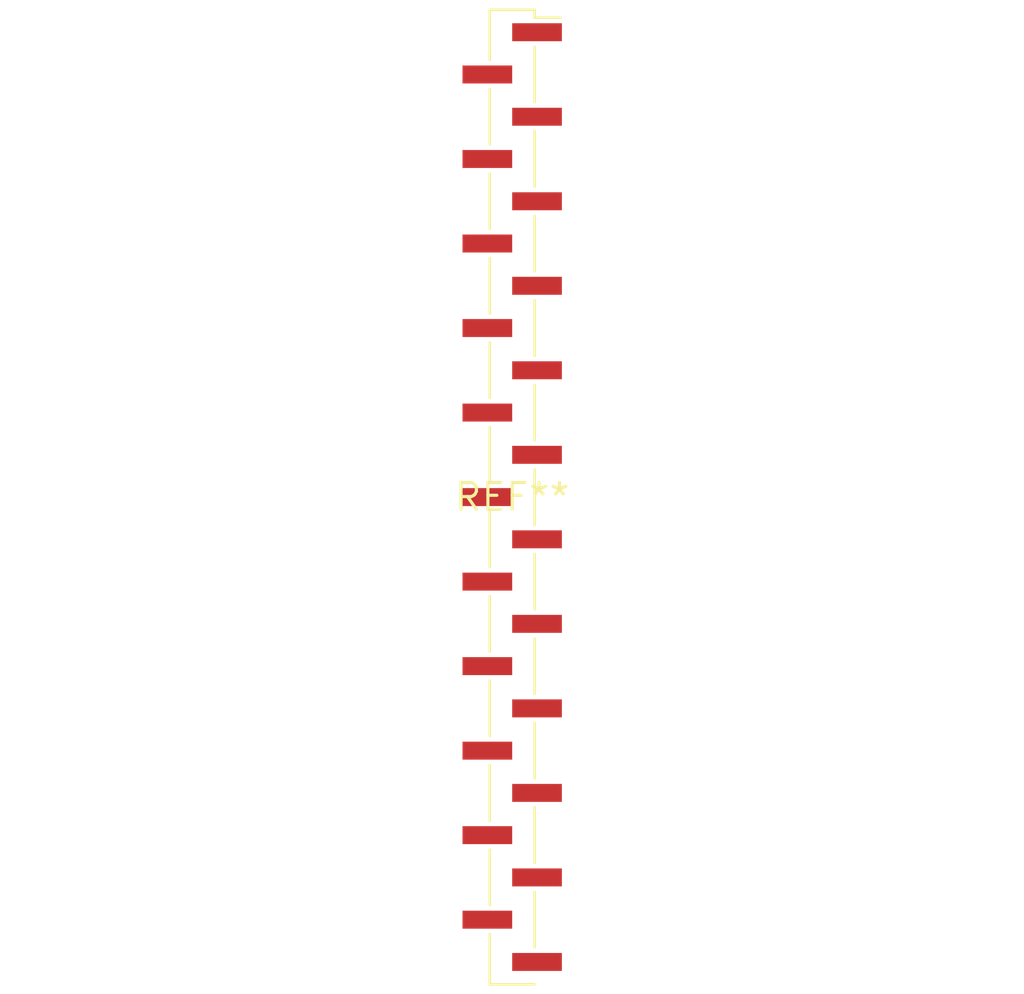
<source format=kicad_pcb>
(kicad_pcb (version 20240108) (generator pcbnew)
  (layers (0 "F.Cu" signal) (31 "B.Cu" signal) (34 "B.Paste" user) (35 "F.Paste" user) (36 "B.SilkS" user "B.Silkscreen") (37 "F.SilkS" user "F.Silkscreen") (38 "B.Mask" user) (39 "F.Mask" user) (44 "Edge.Cuts" user))
  (net 0 "")
  (footprint "PinHeader_1x23_P2.00mm_Vertical_SMD_Pin1Right" (layer "F.Cu") (at 0 0)
    (property "Reference" "REF**")
    (property "Value" "PinHeader_1x23_P2.00mm_Vertical_SMD_Pin1Right")
    (fp_line (start -1.06 -23.06) (end -1.06 -20.685) (layer "F.SilkS") (stroke (width 0.12)))
    (fp_line (start -1.06 -23.06) (end 1.06 -23.06) (layer "F.SilkS") (stroke (width 0.12)))
    (fp_line (start -1.06 -19.315) (end -1.06 -16.685) (layer "F.SilkS") (stroke (width 0.12)))
    (fp_line (start -1.06 -15.315) (end -1.06 -12.685) (layer "F.SilkS") (stroke (width 0.12)))
    (fp_line (start -1.06 -11.315) (end -1.06 -8.685) (layer "F.SilkS") (stroke (width 0.12)))
    (fp_line (start -1.06 -7.315) (end -1.06 -4.685) (layer "F.SilkS") (stroke (width 0.12)))
    (fp_line (start -1.06 -3.315) (end -1.06 -0.685) (layer "F.SilkS") (stroke (width 0.12)))
    (fp_line (start -1.06 0.685) (end -1.06 3.315) (layer "F.SilkS") (stroke (width 0.12)))
    (fp_line (start -1.06 4.685) (end -1.06 7.315) (layer "F.SilkS") (stroke (width 0.12)))
    (fp_line (start -1.06 8.685) (end -1.06 11.315) (layer "F.SilkS") (stroke (width 0.12)))
    (fp_line (start -1.06 12.685) (end -1.06 15.315) (layer "F.SilkS") (stroke (width 0.12)))
    (fp_line (start -1.06 16.685) (end -1.06 19.315) (layer "F.SilkS") (stroke (width 0.12)))
    (fp_line (start -1.06 20.685) (end -1.06 23.06) (layer "F.SilkS") (stroke (width 0.12)))
    (fp_line (start -1.06 22.685) (end -1.06 23.06) (layer "F.SilkS") (stroke (width 0.12)))
    (fp_line (start -1.06 23.06) (end 1.06 23.06) (layer "F.SilkS") (stroke (width 0.12)))
    (fp_line (start 1.06 -23.06) (end 1.06 -22.685) (layer "F.SilkS") (stroke (width 0.12)))
    (fp_line (start 1.06 -22.685) (end 2.29 -22.685) (layer "F.SilkS") (stroke (width 0.12)))
    (fp_line (start 1.06 -21.315) (end 1.06 -18.685) (layer "F.SilkS") (stroke (width 0.12)))
    (fp_line (start 1.06 -17.315) (end 1.06 -14.685) (layer "F.SilkS") (stroke (width 0.12)))
    (fp_line (start 1.06 -13.315) (end 1.06 -10.685) (layer "F.SilkS") (stroke (width 0.12)))
    (fp_line (start 1.06 -9.315) (end 1.06 -6.685) (layer "F.SilkS") (stroke (width 0.12)))
    (fp_line (start 1.06 -5.315) (end 1.06 -2.685) (layer "F.SilkS") (stroke (width 0.12)))
    (fp_line (start 1.06 -1.315) (end 1.06 1.315) (layer "F.SilkS") (stroke (width 0.12)))
    (fp_line (start 1.06 2.685) (end 1.06 5.315) (layer "F.SilkS") (stroke (width 0.12)))
    (fp_line (start 1.06 6.685) (end 1.06 9.315) (layer "F.SilkS") (stroke (width 0.12)))
    (fp_line (start 1.06 10.685) (end 1.06 13.315) (layer "F.SilkS") (stroke (width 0.12)))
    (fp_line (start 1.06 14.685) (end 1.06 17.315) (layer "F.SilkS") (stroke (width 0.12)))
    (fp_line (start 1.06 18.685) (end 1.06 21.315) (layer "F.SilkS") (stroke (width 0.12)))
    (pad "1" smd rect (at 1.175 -22) (size 2.35 0.85) (layers "F.Cu" "F.Paste" "F.Mask"))
    (pad "2" smd rect (at -1.175 -20) (size 2.35 0.85) (layers "F.Cu" "F.Paste" "F.Mask"))
    (pad "3" smd rect (at 1.175 -18) (size 2.35 0.85) (layers "F.Cu" "F.Paste" "F.Mask"))
    (pad "4" smd rect (at -1.175 -16) (size 2.35 0.85) (layers "F.Cu" "F.Paste" "F.Mask"))
    (pad "5" smd rect (at 1.175 -14) (size 2.35 0.85) (layers "F.Cu" "F.Paste" "F.Mask"))
    (pad "6" smd rect (at -1.175 -12) (size 2.35 0.85) (layers "F.Cu" "F.Paste" "F.Mask"))
    (pad "7" smd rect (at 1.175 -10) (size 2.35 0.85) (layers "F.Cu" "F.Paste" "F.Mask"))
    (pad "8" smd rect (at -1.175 -8) (size 2.35 0.85) (layers "F.Cu" "F.Paste" "F.Mask"))
    (pad "9" smd rect (at 1.175 -6) (size 2.35 0.85) (layers "F.Cu" "F.Paste" "F.Mask"))
    (pad "10" smd rect (at -1.175 -4) (size 2.35 0.85) (layers "F.Cu" "F.Paste" "F.Mask"))
    (pad "11" smd rect (at 1.175 -2) (size 2.35 0.85) (layers "F.Cu" "F.Paste" "F.Mask"))
    (pad "12" smd rect (at -1.175 0) (size 2.35 0.85) (layers "F.Cu" "F.Paste" "F.Mask"))
    (pad "13" smd rect (at 1.175 2) (size 2.35 0.85) (layers "F.Cu" "F.Paste" "F.Mask"))
    (pad "14" smd rect (at -1.175 4) (size 2.35 0.85) (layers "F.Cu" "F.Paste" "F.Mask"))
    (pad "15" smd rect (at 1.175 6) (size 2.35 0.85) (layers "F.Cu" "F.Paste" "F.Mask"))
    (pad "16" smd rect (at -1.175 8) (size 2.35 0.85) (layers "F.Cu" "F.Paste" "F.Mask"))
    (pad "17" smd rect (at 1.175 10) (size 2.35 0.85) (layers "F.Cu" "F.Paste" "F.Mask"))
    (pad "18" smd rect (at -1.175 12) (size 2.35 0.85) (layers "F.Cu" "F.Paste" "F.Mask"))
    (pad "19" smd rect (at 1.175 14) (size 2.35 0.85) (layers "F.Cu" "F.Paste" "F.Mask"))
    (pad "20" smd rect (at -1.175 16) (size 2.35 0.85) (layers "F.Cu" "F.Paste" "F.Mask"))
    (pad "21" smd rect (at 1.175 18) (size 2.35 0.85) (layers "F.Cu" "F.Paste" "F.Mask"))
    (pad "22" smd rect (at -1.175 20) (size 2.35 0.85) (layers "F.Cu" "F.Paste" "F.Mask"))
    (pad "23" smd rect (at 1.175 22) (size 2.35 0.85) (layers "F.Cu" "F.Paste" "F.Mask"))
  )
)
</source>
